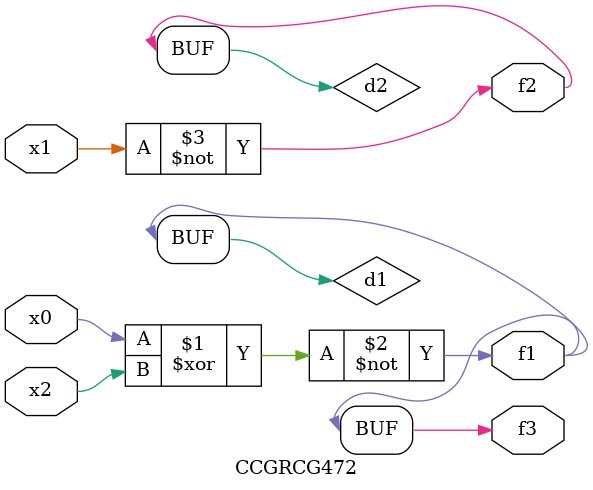
<source format=v>
module CCGRCG472(
	input x0, x1, x2,
	output f1, f2, f3
);

	wire d1, d2, d3;

	xnor (d1, x0, x2);
	nand (d2, x1);
	nor (d3, x1, x2);
	assign f1 = d1;
	assign f2 = d2;
	assign f3 = d1;
endmodule

</source>
